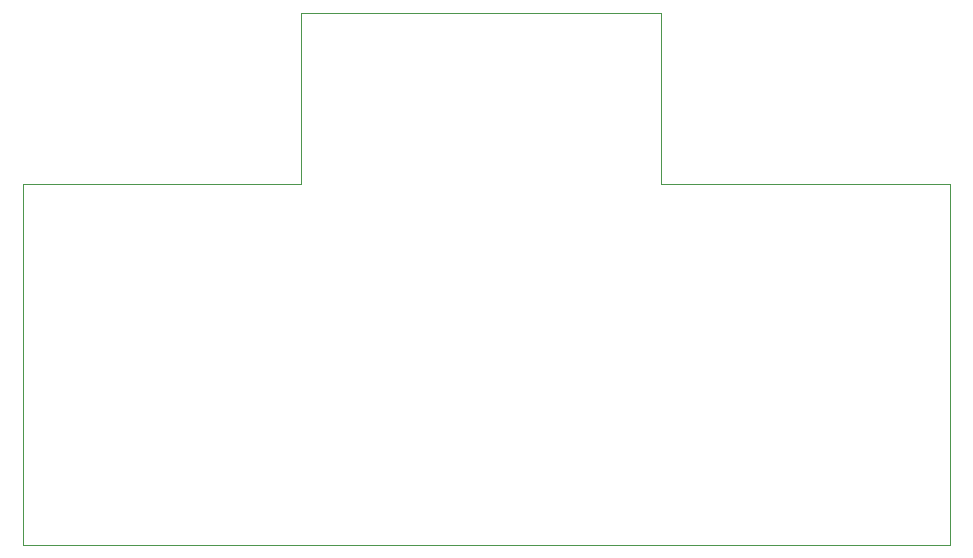
<source format=gbr>
G75*
G71*
%OFA0B0*%
%FSLAX24Y24*%
%IPPOS*%
%LPD*%
%AMOC8*
5,1,8,0,0,1.08239X$1,22.5*
%
%ADD10C,0.0000*%
D10*
X049664Y050944D02*
X834664Y050944D01*
X834664Y355944D01*
X589664Y355944D01*
X589664Y500944D01*
X284664Y500944D01*
X284664Y355944D01*
X049664Y355944D01*
X049664Y050944D01*
M02*

</source>
